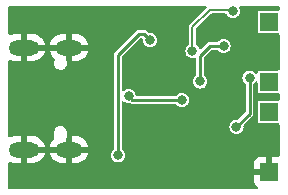
<source format=gbr>
%TF.GenerationSoftware,KiCad,Pcbnew,6.0.11+dfsg-1~bpo11+1*%
%TF.CreationDate,2023-03-12T17:24:38+00:00*%
%TF.ProjectId,tp4056,74703430-3536-42e6-9b69-6361645f7063,rev?*%
%TF.SameCoordinates,Original*%
%TF.FileFunction,Copper,L2,Bot*%
%TF.FilePolarity,Positive*%
%FSLAX46Y46*%
G04 Gerber Fmt 4.6, Leading zero omitted, Abs format (unit mm)*
G04 Created by KiCad (PCBNEW 6.0.11+dfsg-1~bpo11+1) date 2023-03-12 17:24:38*
%MOMM*%
%LPD*%
G01*
G04 APERTURE LIST*
%TA.AperFunction,ComponentPad*%
%ADD10R,1.500000X1.500000*%
%TD*%
%TA.AperFunction,ComponentPad*%
%ADD11O,2.600000X1.300000*%
%TD*%
%TA.AperFunction,ComponentPad*%
%ADD12O,2.300000X1.300000*%
%TD*%
%TA.AperFunction,ViaPad*%
%ADD13C,0.800000*%
%TD*%
%TA.AperFunction,Conductor*%
%ADD14C,0.200000*%
%TD*%
%TA.AperFunction,Conductor*%
%ADD15C,0.250000*%
%TD*%
G04 APERTURE END LIST*
D10*
%TO.P,J7,1,Pin_1*%
%TO.N,BAT+*%
X150990000Y-93049840D03*
%TD*%
%TO.P,J6,1,Pin_1*%
%TO.N,BAT+*%
X150990000Y-87979840D03*
%TD*%
%TO.P,J5,1,Pin_1*%
%TO.N,GND*%
X150990000Y-100680000D03*
%TD*%
%TO.P,J4,1,Pin_1*%
%TO.N,BAT-*%
X150990000Y-95600000D03*
%TD*%
D11*
%TO.P,P1,S1,SHIELD*%
%TO.N,GND*%
X130240000Y-98800000D03*
X130240000Y-90160000D03*
D12*
X134065000Y-98800000D03*
X134065000Y-90160000D03*
%TD*%
D13*
%TO.N,BAT+*%
X147930000Y-87060000D03*
X144505145Y-90449500D03*
%TO.N,/OC*%
X147143886Y-90039278D03*
%TO.N,Net-(U2-Pad3)*%
X149340000Y-92700000D03*
X148230000Y-96850000D03*
%TO.N,/OC*%
X145159500Y-93028743D03*
%TO.N,VIN*%
X143609502Y-94590000D03*
X139100000Y-94280000D03*
%TO.N,GND*%
X141380000Y-99000000D03*
X136650000Y-99770000D03*
X137280000Y-89850000D03*
%TO.N,Net-(R1-Pad2)*%
X140920000Y-89530000D03*
X138180000Y-99280000D03*
%TD*%
D14*
%TO.N,BAT+*%
X147840000Y-86970000D02*
X147930000Y-87060000D01*
X144505145Y-90449500D02*
X144505145Y-88424855D01*
X145960000Y-86970000D02*
X147840000Y-86970000D01*
X144505145Y-88424855D02*
X145960000Y-86970000D01*
D15*
%TO.N,/OC*%
X147124608Y-90020000D02*
X147143886Y-90039278D01*
X145980000Y-90020000D02*
X147124608Y-90020000D01*
X145990000Y-90010000D02*
X145980000Y-90020000D01*
X145159500Y-90840500D02*
X145990000Y-90010000D01*
X145159500Y-93028743D02*
X145159500Y-90840500D01*
%TO.N,Net-(U2-Pad3)*%
X149340000Y-95740000D02*
X149340000Y-92700000D01*
X148230000Y-96850000D02*
X149340000Y-95740000D01*
%TO.N,VIN*%
X139100000Y-94280000D02*
X139410000Y-94590000D01*
X139410000Y-94590000D02*
X143609502Y-94590000D01*
%TO.N,Net-(R1-Pad2)*%
X140390000Y-89000000D02*
X140920000Y-89530000D01*
X139980000Y-89000000D02*
X140390000Y-89000000D01*
X138180000Y-99280000D02*
X138180000Y-90800000D01*
X138180000Y-90800000D02*
X139980000Y-89000000D01*
%TD*%
%TA.AperFunction,Conductor*%
%TO.N,GND*%
G36*
X145648959Y-86640002D02*
G01*
X145695452Y-86693658D01*
X145705556Y-86763932D01*
X145676062Y-86828512D01*
X145669933Y-86835095D01*
X144329693Y-88175336D01*
X144327659Y-88177092D01*
X144322876Y-88179430D01*
X144314964Y-88187959D01*
X144314963Y-88187960D01*
X144289572Y-88215332D01*
X144286292Y-88218737D01*
X144272897Y-88232132D01*
X144270173Y-88236102D01*
X144267848Y-88238750D01*
X144254653Y-88252974D01*
X144254651Y-88252977D01*
X144246744Y-88261501D01*
X144242434Y-88272305D01*
X144239912Y-88276294D01*
X144234151Y-88287082D01*
X144232234Y-88291407D01*
X144225653Y-88301001D01*
X144222967Y-88312320D01*
X144222966Y-88312322D01*
X144219962Y-88324982D01*
X144214397Y-88342579D01*
X144205262Y-88365477D01*
X144204645Y-88371770D01*
X144204645Y-88374849D01*
X144204495Y-88377922D01*
X144204279Y-88377911D01*
X144202947Y-88389286D01*
X144202491Y-88398601D01*
X144199805Y-88409921D01*
X144201374Y-88421450D01*
X144201374Y-88421451D01*
X144203494Y-88437028D01*
X144204645Y-88454019D01*
X144204645Y-89861031D01*
X144184643Y-89929152D01*
X144155350Y-89960993D01*
X144076863Y-90021218D01*
X143980609Y-90146659D01*
X143920101Y-90292738D01*
X143899463Y-90449500D01*
X143920101Y-90606262D01*
X143980609Y-90752341D01*
X143995075Y-90771193D01*
X144065583Y-90863081D01*
X144076863Y-90877782D01*
X144202304Y-90974036D01*
X144348383Y-91034544D01*
X144505145Y-91055182D01*
X144513333Y-91054104D01*
X144653714Y-91035623D01*
X144653717Y-91035622D01*
X144661907Y-91034544D01*
X144669541Y-91031382D01*
X144675388Y-91029815D01*
X144746365Y-91031505D01*
X144805161Y-91071299D01*
X144833109Y-91136563D01*
X144834000Y-91151522D01*
X144834000Y-92459457D01*
X144813998Y-92527578D01*
X144784704Y-92559420D01*
X144731218Y-92600461D01*
X144634964Y-92725902D01*
X144574456Y-92871981D01*
X144553818Y-93028743D01*
X144574456Y-93185505D01*
X144634964Y-93331584D01*
X144731218Y-93457025D01*
X144856659Y-93553279D01*
X145002738Y-93613787D01*
X145159500Y-93634425D01*
X145167688Y-93633347D01*
X145308074Y-93614865D01*
X145316262Y-93613787D01*
X145462341Y-93553279D01*
X145587782Y-93457025D01*
X145684036Y-93331584D01*
X145744544Y-93185505D01*
X145765182Y-93028743D01*
X145744544Y-92871981D01*
X145684036Y-92725902D01*
X145587782Y-92600461D01*
X145534296Y-92559420D01*
X145492429Y-92502082D01*
X145485000Y-92459457D01*
X145485000Y-91027517D01*
X145505002Y-90959396D01*
X145521905Y-90938421D01*
X146077923Y-90382404D01*
X146140235Y-90348379D01*
X146167018Y-90345500D01*
X146559808Y-90345500D01*
X146627929Y-90365502D01*
X146659770Y-90394796D01*
X146710575Y-90461007D01*
X146710578Y-90461010D01*
X146715604Y-90467560D01*
X146841045Y-90563814D01*
X146987124Y-90624322D01*
X147143886Y-90644960D01*
X147152074Y-90643882D01*
X147292460Y-90625400D01*
X147300648Y-90624322D01*
X147446727Y-90563814D01*
X147572168Y-90467560D01*
X147668422Y-90342119D01*
X147728930Y-90196040D01*
X147749568Y-90039278D01*
X147728930Y-89882516D01*
X147668422Y-89736437D01*
X147572168Y-89610996D01*
X147446727Y-89514742D01*
X147300648Y-89454234D01*
X147143886Y-89433596D01*
X146987124Y-89454234D01*
X146841045Y-89514742D01*
X146715604Y-89610996D01*
X146710578Y-89617546D01*
X146710575Y-89617549D01*
X146689355Y-89645204D01*
X146632017Y-89687071D01*
X146589393Y-89694500D01*
X146098767Y-89694500D01*
X146077643Y-89691719D01*
X146075546Y-89690741D01*
X146064565Y-89689780D01*
X146064564Y-89689780D01*
X145972169Y-89681697D01*
X145972168Y-89681697D01*
X145961193Y-89680737D01*
X145850316Y-89710446D01*
X145841285Y-89716770D01*
X145841284Y-89716770D01*
X145785055Y-89756142D01*
X145777476Y-89760971D01*
X145777089Y-89761295D01*
X145767545Y-89766806D01*
X145760460Y-89775250D01*
X145743320Y-89795676D01*
X145735894Y-89803779D01*
X145269439Y-90270234D01*
X145207127Y-90304260D01*
X145136312Y-90299195D01*
X145079476Y-90256648D01*
X145063935Y-90229356D01*
X145032843Y-90154291D01*
X145032840Y-90154287D01*
X145029681Y-90146659D01*
X144933427Y-90021218D01*
X144854941Y-89960993D01*
X144813074Y-89903656D01*
X144805645Y-89861031D01*
X144805645Y-88601516D01*
X144825647Y-88533395D01*
X144842550Y-88512421D01*
X146047566Y-87307405D01*
X146109878Y-87273379D01*
X146136661Y-87270500D01*
X147283024Y-87270500D01*
X147351145Y-87290502D01*
X147399432Y-87348279D01*
X147405464Y-87362841D01*
X147501718Y-87488282D01*
X147627159Y-87584536D01*
X147773238Y-87645044D01*
X147930000Y-87665682D01*
X147938188Y-87664604D01*
X148078574Y-87646122D01*
X148086762Y-87645044D01*
X148232841Y-87584536D01*
X148358282Y-87488282D01*
X148454536Y-87362841D01*
X148515044Y-87216762D01*
X148535682Y-87060000D01*
X148515044Y-86903238D01*
X148469886Y-86794216D01*
X148462297Y-86723629D01*
X148494076Y-86660142D01*
X148555134Y-86623914D01*
X148586295Y-86620000D01*
X151766000Y-86620000D01*
X151834121Y-86640002D01*
X151880614Y-86693658D01*
X151892000Y-86746000D01*
X151892000Y-86903956D01*
X151871998Y-86972077D01*
X151818342Y-87018570D01*
X151759748Y-87028332D01*
X151759748Y-87029340D01*
X150220252Y-87029340D01*
X150214184Y-87030547D01*
X150173939Y-87038552D01*
X150173938Y-87038552D01*
X150161769Y-87040973D01*
X150095448Y-87085288D01*
X150051133Y-87151609D01*
X150039500Y-87210092D01*
X150039500Y-88749588D01*
X150051133Y-88808071D01*
X150095448Y-88874392D01*
X150161769Y-88918707D01*
X150173938Y-88921128D01*
X150173939Y-88921128D01*
X150214184Y-88929133D01*
X150220252Y-88930340D01*
X151759748Y-88930340D01*
X151759748Y-88931488D01*
X151823399Y-88943557D01*
X151874929Y-88992396D01*
X151892000Y-89055724D01*
X151892000Y-91973956D01*
X151871998Y-92042077D01*
X151818342Y-92088570D01*
X151759748Y-92098332D01*
X151759748Y-92099340D01*
X150220252Y-92099340D01*
X150214184Y-92100547D01*
X150173939Y-92108552D01*
X150173938Y-92108552D01*
X150161769Y-92110973D01*
X150095448Y-92155288D01*
X150051133Y-92221609D01*
X150039500Y-92280092D01*
X150037021Y-92279599D01*
X150014579Y-92335156D01*
X149956619Y-92376158D01*
X149885693Y-92379316D01*
X149824318Y-92343628D01*
X149815815Y-92333664D01*
X149773308Y-92278267D01*
X149773305Y-92278264D01*
X149768282Y-92271718D01*
X149642841Y-92175464D01*
X149496762Y-92114956D01*
X149340000Y-92094318D01*
X149183238Y-92114956D01*
X149037159Y-92175464D01*
X148911718Y-92271718D01*
X148815464Y-92397159D01*
X148754956Y-92543238D01*
X148734318Y-92700000D01*
X148754956Y-92856762D01*
X148815464Y-93002841D01*
X148911718Y-93128282D01*
X148918264Y-93133305D01*
X148965204Y-93169323D01*
X149007071Y-93226661D01*
X149014500Y-93269286D01*
X149014500Y-95552984D01*
X148994498Y-95621105D01*
X148977595Y-95642079D01*
X148402383Y-96217291D01*
X148340071Y-96251317D01*
X148296843Y-96253118D01*
X148230000Y-96244318D01*
X148073238Y-96264956D01*
X147927159Y-96325464D01*
X147801718Y-96421718D01*
X147705464Y-96547159D01*
X147644956Y-96693238D01*
X147624318Y-96850000D01*
X147644956Y-97006762D01*
X147705464Y-97152841D01*
X147801718Y-97278282D01*
X147927159Y-97374536D01*
X148073238Y-97435044D01*
X148230000Y-97455682D01*
X148238188Y-97454604D01*
X148378574Y-97436122D01*
X148386762Y-97435044D01*
X148532841Y-97374536D01*
X148658282Y-97278282D01*
X148754536Y-97152841D01*
X148815044Y-97006762D01*
X148835682Y-96850000D01*
X148826882Y-96783157D01*
X148837821Y-96713010D01*
X148862709Y-96677617D01*
X149556215Y-95984111D01*
X149564319Y-95976684D01*
X149584749Y-95959541D01*
X149593194Y-95952455D01*
X149598707Y-95942906D01*
X149612039Y-95919815D01*
X149617945Y-95910544D01*
X149633230Y-95888715D01*
X149639554Y-95879684D01*
X149642408Y-95869034D01*
X149643885Y-95865866D01*
X149645077Y-95862590D01*
X149650588Y-95853045D01*
X149657130Y-95815942D01*
X149659509Y-95805210D01*
X149666410Y-95779456D01*
X149669264Y-95768807D01*
X149665980Y-95731272D01*
X149665500Y-95720290D01*
X149665500Y-93269286D01*
X149685502Y-93201165D01*
X149714796Y-93169323D01*
X149761736Y-93133305D01*
X149768282Y-93128282D01*
X149813538Y-93069304D01*
X149870875Y-93027437D01*
X149941746Y-93023215D01*
X150003649Y-93057979D01*
X150036930Y-93120691D01*
X150039500Y-93146008D01*
X150039500Y-93819588D01*
X150051133Y-93878071D01*
X150095448Y-93944392D01*
X150161769Y-93988707D01*
X150173938Y-93991128D01*
X150173939Y-93991128D01*
X150214184Y-93999133D01*
X150220252Y-94000340D01*
X151759748Y-94000340D01*
X151759748Y-94001488D01*
X151823399Y-94013557D01*
X151874929Y-94062396D01*
X151892000Y-94125724D01*
X151892000Y-94524116D01*
X151871998Y-94592237D01*
X151818342Y-94638730D01*
X151759748Y-94648492D01*
X151759748Y-94649500D01*
X150220252Y-94649500D01*
X150214184Y-94650707D01*
X150173939Y-94658712D01*
X150173938Y-94658712D01*
X150161769Y-94661133D01*
X150095448Y-94705448D01*
X150051133Y-94771769D01*
X150039500Y-94830252D01*
X150039500Y-96369748D01*
X150051133Y-96428231D01*
X150095448Y-96494552D01*
X150161769Y-96538867D01*
X150173938Y-96541288D01*
X150173939Y-96541288D01*
X150214184Y-96549293D01*
X150220252Y-96550500D01*
X151759748Y-96550500D01*
X151759748Y-96551648D01*
X151823399Y-96563717D01*
X151874929Y-96612556D01*
X151892000Y-96675884D01*
X151892000Y-99296000D01*
X151871998Y-99364121D01*
X151818342Y-99410614D01*
X151766000Y-99422000D01*
X151262115Y-99422000D01*
X151246876Y-99426475D01*
X151245671Y-99427865D01*
X151244000Y-99435548D01*
X151244000Y-100808000D01*
X151223998Y-100876121D01*
X151170342Y-100922614D01*
X151118000Y-100934000D01*
X149750116Y-100934000D01*
X149734877Y-100938475D01*
X149733672Y-100939865D01*
X149732001Y-100947548D01*
X149732001Y-101474669D01*
X149732371Y-101481490D01*
X149737895Y-101532352D01*
X149741521Y-101547604D01*
X149786676Y-101668054D01*
X149795214Y-101683649D01*
X149871715Y-101785724D01*
X149884276Y-101798285D01*
X149986354Y-101874788D01*
X150002230Y-101883480D01*
X150052376Y-101933739D01*
X150067390Y-102003130D01*
X150042504Y-102069622D01*
X149985621Y-102112105D01*
X149941721Y-102120000D01*
X129046081Y-102120000D01*
X128977960Y-102099998D01*
X128931467Y-102046342D01*
X128920081Y-101993919D01*
X128920153Y-101883480D01*
X128921105Y-100407885D01*
X149732000Y-100407885D01*
X149736475Y-100423124D01*
X149737865Y-100424329D01*
X149745548Y-100426000D01*
X150717885Y-100426000D01*
X150733124Y-100421525D01*
X150734329Y-100420135D01*
X150736000Y-100412452D01*
X150736000Y-99440116D01*
X150731525Y-99424877D01*
X150730135Y-99423672D01*
X150722452Y-99422001D01*
X150195331Y-99422001D01*
X150188510Y-99422371D01*
X150137648Y-99427895D01*
X150122396Y-99431521D01*
X150001946Y-99476676D01*
X149986351Y-99485214D01*
X149884276Y-99561715D01*
X149871715Y-99574276D01*
X149795214Y-99676351D01*
X149786676Y-99691946D01*
X149741522Y-99812394D01*
X149737895Y-99827649D01*
X149732369Y-99878514D01*
X149732000Y-99885328D01*
X149732000Y-100407885D01*
X128921105Y-100407885D01*
X128921390Y-99965399D01*
X128941436Y-99897291D01*
X128995122Y-99850833D01*
X129065402Y-99840774D01*
X129106057Y-99853971D01*
X129139840Y-99871745D01*
X129150479Y-99876152D01*
X129342684Y-99935833D01*
X129353946Y-99938227D01*
X129517322Y-99957563D01*
X129524728Y-99958000D01*
X129967885Y-99958000D01*
X129983124Y-99953525D01*
X129984329Y-99952135D01*
X129986000Y-99944452D01*
X129986000Y-99939885D01*
X130494000Y-99939885D01*
X130498475Y-99955124D01*
X130499865Y-99956329D01*
X130507548Y-99958000D01*
X130941092Y-99958000D01*
X130946881Y-99957734D01*
X131096176Y-99944016D01*
X131107497Y-99941918D01*
X131301203Y-99887287D01*
X131311950Y-99883163D01*
X131492466Y-99794141D01*
X131502273Y-99788131D01*
X131663549Y-99667701D01*
X131672089Y-99660011D01*
X131808720Y-99512206D01*
X131815721Y-99503081D01*
X131923125Y-99332856D01*
X131928346Y-99322609D01*
X132002928Y-99135668D01*
X132006197Y-99124631D01*
X132016523Y-99072722D01*
X132436808Y-99072722D01*
X132440687Y-99095300D01*
X132443666Y-99106417D01*
X132513331Y-99295252D01*
X132518281Y-99305630D01*
X132621191Y-99478606D01*
X132627955Y-99487915D01*
X132760665Y-99639243D01*
X132769000Y-99647153D01*
X132927069Y-99771764D01*
X132936720Y-99778032D01*
X133114836Y-99871743D01*
X133125479Y-99876152D01*
X133317684Y-99935833D01*
X133328946Y-99938227D01*
X133492322Y-99957563D01*
X133499728Y-99958000D01*
X133792885Y-99958000D01*
X133808124Y-99953525D01*
X133809329Y-99952135D01*
X133811000Y-99944452D01*
X133811000Y-99939885D01*
X134319000Y-99939885D01*
X134323475Y-99955124D01*
X134324865Y-99956329D01*
X134332548Y-99958000D01*
X134616092Y-99958000D01*
X134621881Y-99957734D01*
X134771176Y-99944016D01*
X134782497Y-99941918D01*
X134976203Y-99887287D01*
X134986950Y-99883163D01*
X135167466Y-99794141D01*
X135177273Y-99788131D01*
X135338549Y-99667701D01*
X135347089Y-99660011D01*
X135483720Y-99512206D01*
X135490721Y-99503081D01*
X135598125Y-99332856D01*
X135603346Y-99322609D01*
X135620345Y-99280000D01*
X137574318Y-99280000D01*
X137594956Y-99436762D01*
X137655464Y-99582841D01*
X137751718Y-99708282D01*
X137877159Y-99804536D01*
X138023238Y-99865044D01*
X138180000Y-99885682D01*
X138188188Y-99884604D01*
X138328574Y-99866122D01*
X138336762Y-99865044D01*
X138482841Y-99804536D01*
X138608282Y-99708282D01*
X138704536Y-99582841D01*
X138765044Y-99436762D01*
X138785682Y-99280000D01*
X138765044Y-99123238D01*
X138704536Y-98977159D01*
X138608282Y-98851718D01*
X138554796Y-98810677D01*
X138512929Y-98753339D01*
X138505500Y-98710714D01*
X138505500Y-94836242D01*
X138525502Y-94768121D01*
X138579158Y-94721628D01*
X138649432Y-94711524D01*
X138708204Y-94736279D01*
X138741012Y-94761453D01*
X138797159Y-94804536D01*
X138943238Y-94865044D01*
X139100000Y-94885682D01*
X139193464Y-94873377D01*
X139262360Y-94883983D01*
X139270316Y-94889554D01*
X139280962Y-94892407D01*
X139284125Y-94893882D01*
X139287410Y-94895078D01*
X139296955Y-94900588D01*
X139334076Y-94907134D01*
X139344783Y-94909508D01*
X139381193Y-94919263D01*
X139392168Y-94918303D01*
X139392170Y-94918303D01*
X139418731Y-94915979D01*
X139429712Y-94915500D01*
X143040216Y-94915500D01*
X143108337Y-94935502D01*
X143140179Y-94964796D01*
X143181220Y-95018282D01*
X143306661Y-95114536D01*
X143452740Y-95175044D01*
X143609502Y-95195682D01*
X143617690Y-95194604D01*
X143758076Y-95176122D01*
X143766264Y-95175044D01*
X143912343Y-95114536D01*
X144037784Y-95018282D01*
X144134038Y-94892841D01*
X144194546Y-94746762D01*
X144215184Y-94590000D01*
X144194546Y-94433238D01*
X144134038Y-94287159D01*
X144037784Y-94161718D01*
X143912343Y-94065464D01*
X143766264Y-94004956D01*
X143731134Y-94000331D01*
X143617690Y-93985396D01*
X143609502Y-93984318D01*
X143601314Y-93985396D01*
X143487871Y-94000331D01*
X143452740Y-94004956D01*
X143306661Y-94065464D01*
X143181220Y-94161718D01*
X143176197Y-94168264D01*
X143140179Y-94215204D01*
X143082841Y-94257071D01*
X143040216Y-94264500D01*
X139814140Y-94264500D01*
X139746019Y-94244498D01*
X139699526Y-94190842D01*
X139689218Y-94154945D01*
X139686122Y-94131427D01*
X139685044Y-94123238D01*
X139624536Y-93977159D01*
X139528282Y-93851718D01*
X139402841Y-93755464D01*
X139256762Y-93694956D01*
X139100000Y-93674318D01*
X138943238Y-93694956D01*
X138797159Y-93755464D01*
X138790608Y-93760491D01*
X138708204Y-93823721D01*
X138641983Y-93849321D01*
X138572434Y-93835056D01*
X138521639Y-93785455D01*
X138505500Y-93723758D01*
X138505500Y-90987016D01*
X138525502Y-90918895D01*
X138542405Y-90897921D01*
X140077922Y-89362405D01*
X140140234Y-89328379D01*
X140167017Y-89325500D01*
X140197565Y-89325500D01*
X140265686Y-89345502D01*
X140312179Y-89399158D01*
X140322487Y-89467945D01*
X140315665Y-89519769D01*
X140314318Y-89530000D01*
X140334956Y-89686762D01*
X140395464Y-89832841D01*
X140491718Y-89958282D01*
X140617159Y-90054536D01*
X140763238Y-90115044D01*
X140920000Y-90135682D01*
X140928188Y-90134604D01*
X141068574Y-90116122D01*
X141076762Y-90115044D01*
X141222841Y-90054536D01*
X141348282Y-89958282D01*
X141444536Y-89832841D01*
X141505044Y-89686762D01*
X141525682Y-89530000D01*
X141505044Y-89373238D01*
X141444536Y-89227159D01*
X141348282Y-89101718D01*
X141222841Y-89005464D01*
X141076762Y-88944956D01*
X141066136Y-88943557D01*
X140965742Y-88930340D01*
X140920000Y-88924318D01*
X140853157Y-88933118D01*
X140783010Y-88922179D01*
X140747617Y-88897291D01*
X140634110Y-88783784D01*
X140626683Y-88775680D01*
X140609541Y-88755251D01*
X140602455Y-88746806D01*
X140592906Y-88741293D01*
X140569815Y-88727961D01*
X140560544Y-88722055D01*
X140538715Y-88706770D01*
X140529684Y-88700446D01*
X140519034Y-88697592D01*
X140515866Y-88696115D01*
X140512590Y-88694923D01*
X140503045Y-88689412D01*
X140469301Y-88683462D01*
X140465942Y-88682870D01*
X140455215Y-88680492D01*
X140418807Y-88670736D01*
X140407822Y-88671697D01*
X140407820Y-88671697D01*
X140381272Y-88674020D01*
X140370290Y-88674500D01*
X139999698Y-88674500D01*
X139988716Y-88674020D01*
X139962180Y-88671698D01*
X139962178Y-88671698D01*
X139951193Y-88670737D01*
X139940543Y-88673591D01*
X139940541Y-88673591D01*
X139914804Y-88680488D01*
X139904069Y-88682868D01*
X139904058Y-88682870D01*
X139866955Y-88689412D01*
X139857407Y-88694924D01*
X139854130Y-88696117D01*
X139850962Y-88697594D01*
X139840316Y-88700447D01*
X139831287Y-88706769D01*
X139809453Y-88722057D01*
X139800185Y-88727961D01*
X139767545Y-88746806D01*
X139760462Y-88755247D01*
X139760461Y-88755248D01*
X139743320Y-88775676D01*
X139735894Y-88783779D01*
X137963784Y-90555890D01*
X137955681Y-90563316D01*
X137926806Y-90587545D01*
X137921293Y-90597094D01*
X137907961Y-90620185D01*
X137902055Y-90629456D01*
X137880446Y-90660316D01*
X137877592Y-90670966D01*
X137876115Y-90674134D01*
X137874923Y-90677410D01*
X137869412Y-90686955D01*
X137863462Y-90720699D01*
X137862870Y-90724058D01*
X137860492Y-90734785D01*
X137850736Y-90771193D01*
X137851697Y-90782178D01*
X137851697Y-90782180D01*
X137854020Y-90808728D01*
X137854500Y-90819710D01*
X137854500Y-98710714D01*
X137834498Y-98778835D01*
X137805204Y-98810677D01*
X137751718Y-98851718D01*
X137655464Y-98977159D01*
X137594956Y-99123238D01*
X137574318Y-99280000D01*
X135620345Y-99280000D01*
X135677928Y-99135668D01*
X135681197Y-99124631D01*
X135691712Y-99071770D01*
X135690560Y-99058894D01*
X135675404Y-99054000D01*
X134337115Y-99054000D01*
X134321876Y-99058475D01*
X134320671Y-99059865D01*
X134319000Y-99067548D01*
X134319000Y-99939885D01*
X133811000Y-99939885D01*
X133811000Y-99072115D01*
X133806525Y-99056876D01*
X133805135Y-99055671D01*
X133797452Y-99054000D01*
X132451706Y-99054000D01*
X132438744Y-99057806D01*
X132436808Y-99072722D01*
X132016523Y-99072722D01*
X132016712Y-99071770D01*
X132015560Y-99058894D01*
X132000404Y-99054000D01*
X130512115Y-99054000D01*
X130496876Y-99058475D01*
X130495671Y-99059865D01*
X130494000Y-99067548D01*
X130494000Y-99939885D01*
X129986000Y-99939885D01*
X129986000Y-98527885D01*
X130494000Y-98527885D01*
X130498475Y-98543124D01*
X130499865Y-98544329D01*
X130507548Y-98546000D01*
X132003294Y-98546000D01*
X132016256Y-98542194D01*
X132018068Y-98528230D01*
X132438288Y-98528230D01*
X132439440Y-98541106D01*
X132454596Y-98546000D01*
X133792885Y-98546000D01*
X133808124Y-98541525D01*
X133809329Y-98540135D01*
X133811000Y-98532452D01*
X133811000Y-98527885D01*
X134319000Y-98527885D01*
X134323475Y-98543124D01*
X134324865Y-98544329D01*
X134332548Y-98546000D01*
X135678294Y-98546000D01*
X135691256Y-98542194D01*
X135693192Y-98527278D01*
X135689313Y-98504700D01*
X135686334Y-98493583D01*
X135616669Y-98304748D01*
X135611719Y-98294370D01*
X135508809Y-98121394D01*
X135502045Y-98112085D01*
X135369335Y-97960757D01*
X135361000Y-97952847D01*
X135202931Y-97828236D01*
X135193280Y-97821968D01*
X135015164Y-97728257D01*
X135004521Y-97723848D01*
X134812316Y-97664167D01*
X134801054Y-97661773D01*
X134637678Y-97642437D01*
X134630272Y-97642000D01*
X134337115Y-97642000D01*
X134321876Y-97646475D01*
X134320671Y-97647865D01*
X134319000Y-97655548D01*
X134319000Y-98527885D01*
X133811000Y-98527885D01*
X133811000Y-97925992D01*
X133829914Y-97859595D01*
X133843109Y-97838314D01*
X133843109Y-97838313D01*
X133847635Y-97831014D01*
X133889715Y-97686175D01*
X133890500Y-97675485D01*
X133890500Y-97317215D01*
X133886339Y-97286834D01*
X133876372Y-97214082D01*
X133875206Y-97205568D01*
X133842066Y-97128986D01*
X133818717Y-97075029D01*
X133818716Y-97075027D01*
X133815305Y-97067145D01*
X133720386Y-96949930D01*
X133597442Y-96862558D01*
X133455532Y-96811467D01*
X133446970Y-96810838D01*
X133446969Y-96810838D01*
X133380320Y-96805943D01*
X133305109Y-96800420D01*
X133296694Y-96802117D01*
X133296691Y-96802117D01*
X133250323Y-96811467D01*
X133157257Y-96830233D01*
X133022868Y-96898707D01*
X132911844Y-97000799D01*
X132903417Y-97014391D01*
X132836890Y-97121687D01*
X132836889Y-97121690D01*
X132832365Y-97128986D01*
X132790285Y-97273825D01*
X132789500Y-97284515D01*
X132789500Y-97642785D01*
X132790082Y-97647030D01*
X132790082Y-97647037D01*
X132795444Y-97686175D01*
X132804794Y-97754432D01*
X132808205Y-97762314D01*
X132820484Y-97790689D01*
X132829180Y-97861151D01*
X132798401Y-97925129D01*
X132789157Y-97934365D01*
X132782907Y-97939993D01*
X132646280Y-98087794D01*
X132639279Y-98096919D01*
X132531875Y-98267144D01*
X132526654Y-98277391D01*
X132452072Y-98464332D01*
X132448803Y-98475369D01*
X132438288Y-98528230D01*
X132018068Y-98528230D01*
X132018192Y-98527278D01*
X132014313Y-98504700D01*
X132011334Y-98493583D01*
X131941669Y-98304748D01*
X131936719Y-98294370D01*
X131833809Y-98121394D01*
X131827045Y-98112085D01*
X131694335Y-97960757D01*
X131686000Y-97952847D01*
X131527931Y-97828236D01*
X131518280Y-97821968D01*
X131340164Y-97728257D01*
X131329521Y-97723848D01*
X131137316Y-97664167D01*
X131126054Y-97661773D01*
X130962678Y-97642437D01*
X130955272Y-97642000D01*
X130512115Y-97642000D01*
X130496876Y-97646475D01*
X130495671Y-97647865D01*
X130494000Y-97655548D01*
X130494000Y-98527885D01*
X129986000Y-98527885D01*
X129986000Y-97660115D01*
X129981525Y-97644876D01*
X129980135Y-97643671D01*
X129972452Y-97642000D01*
X129538908Y-97642000D01*
X129533119Y-97642266D01*
X129383824Y-97655984D01*
X129372503Y-97658082D01*
X129178797Y-97712713D01*
X129168041Y-97716841D01*
X129104623Y-97748116D01*
X129034681Y-97760307D01*
X128969251Y-97732748D01*
X128929108Y-97674191D01*
X128922894Y-97635030D01*
X128925393Y-93760491D01*
X128926962Y-91328330D01*
X128947008Y-91260223D01*
X129000694Y-91213765D01*
X129070974Y-91203706D01*
X129111628Y-91216903D01*
X129139835Y-91231743D01*
X129150479Y-91236152D01*
X129342684Y-91295833D01*
X129353946Y-91298227D01*
X129517322Y-91317563D01*
X129524728Y-91318000D01*
X129967885Y-91318000D01*
X129983124Y-91313525D01*
X129984329Y-91312135D01*
X129986000Y-91304452D01*
X129986000Y-91299885D01*
X130494000Y-91299885D01*
X130498475Y-91315124D01*
X130499865Y-91316329D01*
X130507548Y-91318000D01*
X130941092Y-91318000D01*
X130946881Y-91317734D01*
X131096176Y-91304016D01*
X131107497Y-91301918D01*
X131301203Y-91247287D01*
X131311950Y-91243163D01*
X131492466Y-91154141D01*
X131502273Y-91148131D01*
X131663549Y-91027701D01*
X131672089Y-91020011D01*
X131808720Y-90872206D01*
X131815721Y-90863081D01*
X131923125Y-90692856D01*
X131928346Y-90682609D01*
X132002928Y-90495668D01*
X132006197Y-90484631D01*
X132016523Y-90432722D01*
X132436808Y-90432722D01*
X132440687Y-90455300D01*
X132443666Y-90466417D01*
X132513331Y-90655252D01*
X132518281Y-90665630D01*
X132621191Y-90838606D01*
X132627955Y-90847915D01*
X132760665Y-90999243D01*
X132769000Y-91007153D01*
X132823317Y-91049973D01*
X132864430Y-91107854D01*
X132867724Y-91178774D01*
X132854807Y-91207053D01*
X132856513Y-91207945D01*
X132852534Y-91215556D01*
X132847558Y-91222558D01*
X132796467Y-91364468D01*
X132785420Y-91514891D01*
X132815233Y-91662743D01*
X132883707Y-91797132D01*
X132985799Y-91908156D01*
X133049893Y-91947896D01*
X133106687Y-91983110D01*
X133106690Y-91983111D01*
X133113986Y-91987635D01*
X133258825Y-92029715D01*
X133265803Y-92030227D01*
X133267208Y-92030331D01*
X133267219Y-92030331D01*
X133269515Y-92030500D01*
X133377785Y-92030500D01*
X133382030Y-92029918D01*
X133382037Y-92029918D01*
X133442522Y-92021632D01*
X133489432Y-92015206D01*
X133553145Y-91987635D01*
X133619971Y-91958717D01*
X133619973Y-91958716D01*
X133627855Y-91955305D01*
X133745070Y-91860386D01*
X133832442Y-91737442D01*
X133883533Y-91595532D01*
X133894580Y-91445109D01*
X133865297Y-91299885D01*
X134319000Y-91299885D01*
X134323475Y-91315124D01*
X134324865Y-91316329D01*
X134332548Y-91318000D01*
X134616092Y-91318000D01*
X134621881Y-91317734D01*
X134771176Y-91304016D01*
X134782497Y-91301918D01*
X134976203Y-91247287D01*
X134986950Y-91243163D01*
X135167466Y-91154141D01*
X135177273Y-91148131D01*
X135338549Y-91027701D01*
X135347089Y-91020011D01*
X135483720Y-90872206D01*
X135490721Y-90863081D01*
X135598125Y-90692856D01*
X135603346Y-90682609D01*
X135677928Y-90495668D01*
X135681197Y-90484631D01*
X135691712Y-90431770D01*
X135690560Y-90418894D01*
X135675404Y-90414000D01*
X134337115Y-90414000D01*
X134321876Y-90418475D01*
X134320671Y-90419865D01*
X134319000Y-90427548D01*
X134319000Y-91299885D01*
X133865297Y-91299885D01*
X133864767Y-91297257D01*
X133824733Y-91218685D01*
X133811000Y-91161483D01*
X133811000Y-90432115D01*
X133806525Y-90416876D01*
X133805135Y-90415671D01*
X133797452Y-90414000D01*
X132451706Y-90414000D01*
X132438744Y-90417806D01*
X132436808Y-90432722D01*
X132016523Y-90432722D01*
X132016712Y-90431770D01*
X132015560Y-90418894D01*
X132000404Y-90414000D01*
X130512115Y-90414000D01*
X130496876Y-90418475D01*
X130495671Y-90419865D01*
X130494000Y-90427548D01*
X130494000Y-91299885D01*
X129986000Y-91299885D01*
X129986000Y-89887885D01*
X130494000Y-89887885D01*
X130498475Y-89903124D01*
X130499865Y-89904329D01*
X130507548Y-89906000D01*
X132003294Y-89906000D01*
X132016256Y-89902194D01*
X132018068Y-89888230D01*
X132438288Y-89888230D01*
X132439440Y-89901106D01*
X132454596Y-89906000D01*
X133792885Y-89906000D01*
X133808124Y-89901525D01*
X133809329Y-89900135D01*
X133811000Y-89892452D01*
X133811000Y-89887885D01*
X134319000Y-89887885D01*
X134323475Y-89903124D01*
X134324865Y-89904329D01*
X134332548Y-89906000D01*
X135678294Y-89906000D01*
X135691256Y-89902194D01*
X135693192Y-89887278D01*
X135689313Y-89864700D01*
X135686334Y-89853583D01*
X135616669Y-89664748D01*
X135611719Y-89654370D01*
X135508809Y-89481394D01*
X135502045Y-89472085D01*
X135369335Y-89320757D01*
X135361000Y-89312847D01*
X135202931Y-89188236D01*
X135193280Y-89181968D01*
X135015164Y-89088257D01*
X135004521Y-89083848D01*
X134812316Y-89024167D01*
X134801054Y-89021773D01*
X134637678Y-89002437D01*
X134630272Y-89002000D01*
X134337115Y-89002000D01*
X134321876Y-89006475D01*
X134320671Y-89007865D01*
X134319000Y-89015548D01*
X134319000Y-89887885D01*
X133811000Y-89887885D01*
X133811000Y-89020115D01*
X133806525Y-89004876D01*
X133805135Y-89003671D01*
X133797452Y-89002000D01*
X133513908Y-89002000D01*
X133508119Y-89002266D01*
X133358824Y-89015984D01*
X133347503Y-89018082D01*
X133153797Y-89072713D01*
X133143050Y-89076837D01*
X132962534Y-89165859D01*
X132952727Y-89171869D01*
X132791451Y-89292299D01*
X132782911Y-89299989D01*
X132646280Y-89447794D01*
X132639279Y-89456919D01*
X132531875Y-89627144D01*
X132526654Y-89637391D01*
X132452072Y-89824332D01*
X132448803Y-89835369D01*
X132438288Y-89888230D01*
X132018068Y-89888230D01*
X132018192Y-89887278D01*
X132014313Y-89864700D01*
X132011334Y-89853583D01*
X131941669Y-89664748D01*
X131936719Y-89654370D01*
X131833809Y-89481394D01*
X131827045Y-89472085D01*
X131694335Y-89320757D01*
X131686000Y-89312847D01*
X131527931Y-89188236D01*
X131518280Y-89181968D01*
X131340164Y-89088257D01*
X131329521Y-89083848D01*
X131137316Y-89024167D01*
X131126054Y-89021773D01*
X130962678Y-89002437D01*
X130955272Y-89002000D01*
X130512115Y-89002000D01*
X130496876Y-89006475D01*
X130495671Y-89007865D01*
X130494000Y-89015548D01*
X130494000Y-89887885D01*
X129986000Y-89887885D01*
X129986000Y-89020115D01*
X129981525Y-89004876D01*
X129980135Y-89003671D01*
X129972452Y-89002000D01*
X129538908Y-89002000D01*
X129533119Y-89002266D01*
X129383824Y-89015984D01*
X129372503Y-89018082D01*
X129178797Y-89072713D01*
X129168050Y-89076837D01*
X129110199Y-89105367D01*
X129040257Y-89117557D01*
X128974827Y-89089998D01*
X128934684Y-89031441D01*
X128928470Y-88992280D01*
X128929919Y-86745919D01*
X128949965Y-86677811D01*
X129003651Y-86631353D01*
X129055919Y-86620000D01*
X145580838Y-86620000D01*
X145648959Y-86640002D01*
G37*
%TD.AperFunction*%
%TD*%
M02*

</source>
